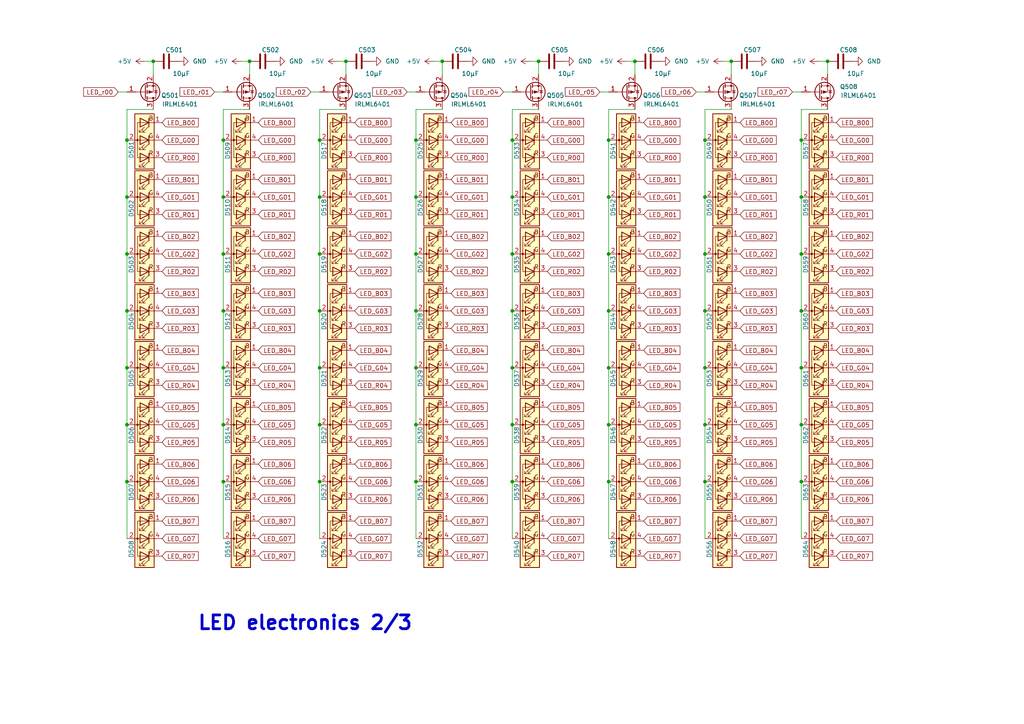
<source format=kicad_sch>
(kicad_sch (version 20231120) (generator "eeschema") (generator_version "8.0")
  (paper "A4")
  (title_block (title "RS64c") (date "2025-01-12") (rev "Rev 1") (company "Ludwin Monz") (comment 1 "you may not use the material for commercial purposes.") (comment 2 "you may use non-commercially, adapt, share alike ") (comment 3 "https://creativecommons.org/licenses/by-nc-sa/4.0/") (comment 4 "License: Creative Commons Attribution-Non-Commercial (CC BY-NC-SA)"))
  (junction (at 184.15 17.78))
  (junction (at 92.71 123.19))
  (junction (at 232.41 139.7))
  (junction (at 204.47 123.19))
  (junction (at 232.41 57.15))
  (junction (at 176.53 90.17))
  (junction (at 204.47 139.7))
  (junction (at 64.77 123.19))
  (junction (at 36.83 90.17))
  (junction (at 120.65 57.15))
  (junction (at 92.71 139.7))
  (junction (at 176.53 106.68))
  (junction (at 120.65 139.7))
  (junction (at 92.71 57.15))
  (junction (at 204.47 106.68))
  (junction (at 120.65 106.68))
  (junction (at 232.41 123.19))
  (junction (at 64.77 139.7))
  (junction (at 148.59 73.66))
  (junction (at 212.09 17.78))
  (junction (at 148.59 90.17))
  (junction (at 232.41 40.64))
  (junction (at 100.33 17.78))
  (junction (at 92.71 73.66))
  (junction (at 240.03 17.78))
  (junction (at 176.53 123.19))
  (junction (at 176.53 139.7))
  (junction (at 176.53 40.64))
  (junction (at 36.83 139.7))
  (junction (at 148.59 106.68))
  (junction (at 120.65 90.17))
  (junction (at 148.59 123.19))
  (junction (at 36.83 106.68))
  (junction (at 92.71 90.17))
  (junction (at 36.83 123.19))
  (junction (at 204.47 73.66))
  (junction (at 92.71 40.64))
  (junction (at 156.21 17.78))
  (junction (at 64.77 40.64))
  (junction (at 36.83 73.66))
  (junction (at 176.53 57.15))
  (junction (at 44.45 17.78))
  (junction (at 128.27 17.78))
  (junction (at 204.47 40.64))
  (junction (at 36.83 40.64))
  (junction (at 148.59 40.64))
  (junction (at 232.41 106.68))
  (junction (at 204.47 57.15))
  (junction (at 176.53 73.66))
  (junction (at 120.65 123.19))
  (junction (at 148.59 139.7))
  (junction (at 64.77 57.15))
  (junction (at 232.41 73.66))
  (junction (at 72.39 17.78))
  (junction (at 204.47 90.17))
  (junction (at 120.65 73.66))
  (junction (at 64.77 90.17))
  (junction (at 232.41 90.17))
  (junction (at 120.65 40.64))
  (junction (at 148.59 57.15))
  (junction (at 36.83 57.15))
  (junction (at 64.77 73.66))
  (junction (at 64.77 106.68))
  (junction (at 92.71 106.68))
  (wire (pts (xy 120.65 40.64) (xy 120.65 57.15)))
  (wire (pts (xy 148.59 139.7) (xy 148.59 156.21)))
  (wire (pts (xy 148.59 123.19) (xy 148.59 139.7)))
  (wire (pts (xy 92.71 106.68) (xy 92.71 123.19)))
  (wire (pts (xy 125.73 17.78) (xy 128.27 17.78)))
  (wire (pts (xy 92.71 57.15) (xy 92.71 73.66)))
  (wire (pts (xy 92.71 40.64) (xy 92.71 57.15)))
  (wire (pts (xy 34.29 26.67) (xy 36.83 26.67)))
  (wire (pts (xy 148.59 73.66) (xy 148.59 90.17)))
  (wire (pts (xy 120.65 73.66) (xy 120.65 90.17)))
  (wire (pts (xy 173.99 26.67) (xy 176.53 26.67)))
  (wire (pts (xy 128.27 31.75) (xy 120.65 31.75)))
  (wire (pts (xy 62.23 26.67) (xy 64.77 26.67)))
  (wire (pts (xy 36.83 139.7) (xy 36.83 156.21)))
  (wire (pts (xy 72.39 31.75) (xy 64.77 31.75)))
  (wire (pts (xy 64.77 57.15) (xy 64.77 73.66)))
  (wire (pts (xy 184.15 17.78) (xy 184.15 21.59)))
  (wire (pts (xy 148.59 106.68) (xy 148.59 123.19)))
  (wire (pts (xy 240.03 31.75) (xy 232.41 31.75)))
  (wire (pts (xy 64.77 106.68) (xy 64.77 123.19)))
  (wire (pts (xy 229.87 26.67) (xy 232.41 26.67)))
  (wire (pts (xy 201.93 26.67) (xy 204.47 26.67)))
  (wire (pts (xy 120.65 139.7) (xy 120.65 156.21)))
  (wire (pts (xy 72.39 17.78) (xy 72.39 21.59)))
  (wire (pts (xy 120.65 123.19) (xy 120.65 139.7)))
  (wire (pts (xy 176.53 40.64) (xy 176.53 57.15)))
  (wire (pts (xy 36.83 123.19) (xy 36.83 139.7)))
  (wire (pts (xy 64.77 31.75) (xy 64.77 40.64)))
  (wire (pts (xy 204.47 90.17) (xy 204.47 106.68)))
  (wire (pts (xy 44.45 17.78) (xy 44.45 21.59)))
  (wire (pts (xy 64.77 73.66) (xy 64.77 90.17)))
  (wire (pts (xy 176.53 123.19) (xy 176.53 139.7)))
  (wire (pts (xy 204.47 40.64) (xy 204.47 57.15)))
  (wire (pts (xy 36.83 90.17) (xy 36.83 106.68)))
  (wire (pts (xy 92.71 90.17) (xy 92.71 106.68)))
  (wire (pts (xy 156.21 17.78) (xy 156.21 21.59)))
  (wire (pts (xy 41.91 17.78) (xy 44.45 17.78)))
  (wire (pts (xy 100.33 17.78) (xy 100.33 21.59)))
  (wire (pts (xy 209.55 17.78) (xy 212.09 17.78)))
  (wire (pts (xy 232.41 31.75) (xy 232.41 40.64)))
  (wire (pts (xy 176.53 90.17) (xy 176.53 106.68)))
  (wire (pts (xy 92.71 123.19) (xy 92.71 139.7)))
  (wire (pts (xy 176.53 139.7) (xy 176.53 156.21)))
  (wire (pts (xy 92.71 73.66) (xy 92.71 90.17)))
  (wire (pts (xy 64.77 123.19) (xy 64.77 139.7)))
  (wire (pts (xy 64.77 40.64) (xy 64.77 57.15)))
  (wire (pts (xy 120.65 90.17) (xy 120.65 106.68)))
  (wire (pts (xy 240.03 17.78) (xy 240.03 21.59)))
  (wire (pts (xy 118.11 26.67) (xy 120.65 26.67)))
  (wire (pts (xy 176.53 31.75) (xy 176.53 40.64)))
  (wire (pts (xy 92.71 31.75) (xy 92.71 40.64)))
  (wire (pts (xy 204.47 73.66) (xy 204.47 90.17)))
  (wire (pts (xy 156.21 31.75) (xy 148.59 31.75)))
  (wire (pts (xy 90.17 26.67) (xy 92.71 26.67)))
  (wire (pts (xy 212.09 17.78) (xy 212.09 21.59)))
  (wire (pts (xy 64.77 139.7) (xy 64.77 156.21)))
  (wire (pts (xy 153.67 17.78) (xy 156.21 17.78)))
  (wire (pts (xy 204.47 123.19) (xy 204.47 139.7)))
  (wire (pts (xy 212.09 31.75) (xy 204.47 31.75)))
  (wire (pts (xy 44.45 31.75) (xy 36.83 31.75)))
  (wire (pts (xy 204.47 57.15) (xy 204.47 73.66)))
  (wire (pts (xy 100.33 31.75) (xy 92.71 31.75)))
  (wire (pts (xy 97.79 17.78) (xy 100.33 17.78)))
  (wire (pts (xy 232.41 90.17) (xy 232.41 106.68)))
  (wire (pts (xy 232.41 40.64) (xy 232.41 57.15)))
  (wire (pts (xy 232.41 106.68) (xy 232.41 123.19)))
  (wire (pts (xy 92.71 139.7) (xy 92.71 156.21)))
  (wire (pts (xy 148.59 90.17) (xy 148.59 106.68)))
  (wire (pts (xy 148.59 31.75) (xy 148.59 40.64)))
  (wire (pts (xy 64.77 90.17) (xy 64.77 106.68)))
  (wire (pts (xy 181.61 17.78) (xy 184.15 17.78)))
  (wire (pts (xy 36.83 40.64) (xy 36.83 57.15)))
  (wire (pts (xy 36.83 73.66) (xy 36.83 90.17)))
  (wire (pts (xy 120.65 106.68) (xy 120.65 123.19)))
  (wire (pts (xy 36.83 57.15) (xy 36.83 73.66)))
  (wire (pts (xy 176.53 73.66) (xy 176.53 90.17)))
  (wire (pts (xy 204.47 106.68) (xy 204.47 123.19)))
  (wire (pts (xy 36.83 31.75) (xy 36.83 40.64)))
  (wire (pts (xy 176.53 106.68) (xy 176.53 123.19)))
  (wire (pts (xy 146.05 26.67) (xy 148.59 26.67)))
  (wire (pts (xy 128.27 17.78) (xy 128.27 21.59)))
  (wire (pts (xy 232.41 57.15) (xy 232.41 73.66)))
  (wire (pts (xy 204.47 139.7) (xy 204.47 156.21)))
  (wire (pts (xy 148.59 40.64) (xy 148.59 57.15)))
  (wire (pts (xy 184.15 31.75) (xy 176.53 31.75)))
  (wire (pts (xy 148.59 57.15) (xy 148.59 73.66)))
  (wire (pts (xy 36.83 106.68) (xy 36.83 123.19)))
  (wire (pts (xy 232.41 73.66) (xy 232.41 90.17)))
  (wire (pts (xy 237.49 17.78) (xy 240.03 17.78)))
  (wire (pts (xy 232.41 139.7) (xy 232.41 156.21)))
  (wire (pts (xy 176.53 57.15) (xy 176.53 73.66)))
  (wire (pts (xy 69.85 17.78) (xy 72.39 17.78)))
  (wire (pts (xy 232.41 123.19) (xy 232.41 139.7)))
  (wire (pts (xy 120.65 31.75) (xy 120.65 40.64)))
  (wire (pts (xy 120.65 57.15) (xy 120.65 73.66)))
  (wire (pts (xy 204.47 31.75) (xy 204.47 40.64)))
  (text "LED electronics 2/3" (at 119.888 183.134 0) (effects (font (size 4 4) (thickness 0.8) (bold yes)) (justify right bottom)))
  (global_label "LED_R07" (shape input) (at 158.75 161.29 0) (property "Intersheetrefs" "${INTERSHEET_REFS}" (effects (hide yes))))
  (global_label "LED_G07" (shape input) (at 74.93 156.21 0) (property "Intersheetrefs" "${INTERSHEET_REFS}" (effects (hide yes))))
  (global_label "LED_R06" (shape input) (at 214.63 144.78 0) (property "Intersheetrefs" "${INTERSHEET_REFS}" (effects (hide yes))))
  (global_label "LED_G00" (shape input) (at 130.81 40.64 0) (property "Intersheetrefs" "${INTERSHEET_REFS}" (effects (hide yes))))
  (global_label "LED_R04" (shape input) (at 74.93 111.76 0) (property "Intersheetrefs" "${INTERSHEET_REFS}" (effects (hide yes))))
  (global_label "LED_R00" (shape input) (at 186.69 45.72 0) (property "Intersheetrefs" "${INTERSHEET_REFS}" (effects (hide yes))))
  (global_label "LED_R00" (shape input) (at 102.87 45.72 0) (property "Intersheetrefs" "${INTERSHEET_REFS}" (effects (hide yes))))
  (global_label "LED_R00" (shape input) (at 242.57 45.72 0) (property "Intersheetrefs" "${INTERSHEET_REFS}" (effects (hide yes))))
  (global_label "LED_B07" (shape input) (at 242.57 151.13 0) (property "Intersheetrefs" "${INTERSHEET_REFS}" (effects (hide yes))))
  (global_label "LED_R05" (shape input) (at 74.93 128.27 0) (property "Intersheetrefs" "${INTERSHEET_REFS}" (effects (hide yes))))
  (global_label "LED_B03" (shape input) (at 186.69 85.09 0) (property "Intersheetrefs" "${INTERSHEET_REFS}" (effects (hide yes))))
  (global_label "LED_G02" (shape input) (at 102.87 73.66 0) (property "Intersheetrefs" "${INTERSHEET_REFS}" (effects (hide yes))))
  (global_label "LED_R04" (shape input) (at 214.63 111.76 0) (property "Intersheetrefs" "${INTERSHEET_REFS}" (effects (hide yes))))
  (global_label "LED_G00" (shape input) (at 158.75 40.64 0) (property "Intersheetrefs" "${INTERSHEET_REFS}" (effects (hide yes))))
  (global_label "LED_G06" (shape input) (at 46.99 139.7 0) (property "Intersheetrefs" "${INTERSHEET_REFS}" (effects (hide yes))))
  (global_label "LED_G05" (shape input) (at 130.81 123.19 0) (property "Intersheetrefs" "${INTERSHEET_REFS}" (effects (hide yes))))
  (global_label "LED_B04" (shape input) (at 214.63 101.6 0) (property "Intersheetrefs" "${INTERSHEET_REFS}" (effects (hide yes))))
  (global_label "LED_G06" (shape input) (at 242.57 139.7 0) (property "Intersheetrefs" "${INTERSHEET_REFS}" (effects (hide yes))))
  (global_label "LED_B06" (shape input) (at 186.69 134.62 0) (property "Intersheetrefs" "${INTERSHEET_REFS}" (effects (hide yes))))
  (global_label "LED_R04" (shape input) (at 46.99 111.76 0) (property "Intersheetrefs" "${INTERSHEET_REFS}" (effects (hide yes))))
  (global_label "LED_B00" (shape input) (at 102.87 35.56 0) (property "Intersheetrefs" "${INTERSHEET_REFS}" (effects (hide yes))))
  (global_label "LED_G07" (shape input) (at 102.87 156.21 0) (property "Intersheetrefs" "${INTERSHEET_REFS}" (effects (hide yes))))
  (global_label "LED_G03" (shape input) (at 46.99 90.17 0) (property "Intersheetrefs" "${INTERSHEET_REFS}" (effects (hide yes))))
  (global_label "LED_G04" (shape input) (at 186.69 106.68 0) (property "Intersheetrefs" "${INTERSHEET_REFS}" (effects (hide yes))))
  (global_label "LED_R04" (shape input) (at 158.75 111.76 0) (property "Intersheetrefs" "${INTERSHEET_REFS}" (effects (hide yes))))
  (global_label "LED_G06" (shape input) (at 102.87 139.7 0) (property "Intersheetrefs" "${INTERSHEET_REFS}" (effects (hide yes))))
  (global_label "LED_B07" (shape input) (at 186.69 151.13 0) (property "Intersheetrefs" "${INTERSHEET_REFS}" (effects (hide yes))))
  (global_label "LED_G04" (shape input) (at 242.57 106.68 0) (property "Intersheetrefs" "${INTERSHEET_REFS}" (effects (hide yes))))
  (global_label "LED_G00" (shape input) (at 74.93 40.64 0) (property "Intersheetrefs" "${INTERSHEET_REFS}" (effects (hide yes))))
  (global_label "LED_R03" (shape input) (at 242.57 95.25 0) (property "Intersheetrefs" "${INTERSHEET_REFS}" (effects (hide yes))))
  (global_label "LED_B01" (shape input) (at 130.81 52.07 0) (property "Intersheetrefs" "${INTERSHEET_REFS}" (effects (hide yes))))
  (global_label "LED_G07" (shape input) (at 214.63 156.21 0) (property "Intersheetrefs" "${INTERSHEET_REFS}" (effects (hide yes))))
  (global_label "LED_r04" (shape input) (at 146.05 26.67 180) (property "Intersheetrefs" "${INTERSHEET_REFS}" (effects (hide yes))))
  (global_label "LED_B06" (shape input) (at 242.57 134.62 0) (property "Intersheetrefs" "${INTERSHEET_REFS}" (effects (hide yes))))
  (global_label "LED_B04" (shape input) (at 242.57 101.6 0) (property "Intersheetrefs" "${INTERSHEET_REFS}" (effects (hide yes))))
  (global_label "LED_G03" (shape input) (at 214.63 90.17 0) (property "Intersheetrefs" "${INTERSHEET_REFS}" (effects (hide yes))))
  (global_label "LED_R04" (shape input) (at 186.69 111.76 0) (property "Intersheetrefs" "${INTERSHEET_REFS}" (effects (hide yes))))
  (global_label "LED_R06" (shape input) (at 74.93 144.78 0) (property "Intersheetrefs" "${INTERSHEET_REFS}" (effects (hide yes))))
  (global_label "LED_B00" (shape input) (at 242.57 35.56 0) (property "Intersheetrefs" "${INTERSHEET_REFS}" (effects (hide yes))))
  (global_label "LED_R05" (shape input) (at 242.57 128.27 0) (property "Intersheetrefs" "${INTERSHEET_REFS}" (effects (hide yes))))
  (global_label "LED_r07" (shape input) (at 229.87 26.67 180) (property "Intersheetrefs" "${INTERSHEET_REFS}" (effects (hide yes))))
  (global_label "LED_G07" (shape input) (at 130.81 156.21 0) (property "Intersheetrefs" "${INTERSHEET_REFS}" (effects (hide yes))))
  (global_label "LED_B03" (shape input) (at 214.63 85.09 0) (property "Intersheetrefs" "${INTERSHEET_REFS}" (effects (hide yes))))
  (global_label "LED_R03" (shape input) (at 74.93 95.25 0) (property "Intersheetrefs" "${INTERSHEET_REFS}" (effects (hide yes))))
  (global_label "LED_G03" (shape input) (at 186.69 90.17 0) (property "Intersheetrefs" "${INTERSHEET_REFS}" (effects (hide yes))))
  (global_label "LED_R03" (shape input) (at 46.99 95.25 0) (property "Intersheetrefs" "${INTERSHEET_REFS}" (effects (hide yes))))
  (global_label "LED_G00" (shape input) (at 214.63 40.64 0) (property "Intersheetrefs" "${INTERSHEET_REFS}" (effects (hide yes))))
  (global_label "LED_R06" (shape input) (at 102.87 144.78 0) (property "Intersheetrefs" "${INTERSHEET_REFS}" (effects (hide yes))))
  (global_label "LED_B00" (shape input) (at 158.75 35.56 0) (property "Intersheetrefs" "${INTERSHEET_REFS}" (effects (hide yes))))
  (global_label "LED_G02" (shape input) (at 130.81 73.66 0) (property "Intersheetrefs" "${INTERSHEET_REFS}" (effects (hide yes))))
  (global_label "LED_R01" (shape input) (at 214.63 62.23 0) (property "Intersheetrefs" "${INTERSHEET_REFS}" (effects (hide yes))))
  (global_label "LED_R01" (shape input) (at 74.93 62.23 0) (property "Intersheetrefs" "${INTERSHEET_REFS}" (effects (hide yes))))
  (global_label "LED_R02" (shape input) (at 158.75 78.74 0) (property "Intersheetrefs" "${INTERSHEET_REFS}" (effects (hide yes))))
  (global_label "LED_B05" (shape input) (at 74.93 118.11 0) (property "Intersheetrefs" "${INTERSHEET_REFS}" (effects (hide yes))))
  (global_label "LED_G06" (shape input) (at 214.63 139.7 0) (property "Intersheetrefs" "${INTERSHEET_REFS}" (effects (hide yes))))
  (global_label "LED_G07" (shape input) (at 242.57 156.21 0) (property "Intersheetrefs" "${INTERSHEET_REFS}" (effects (hide yes))))
  (global_label "LED_R01" (shape input) (at 186.69 62.23 0) (property "Intersheetrefs" "${INTERSHEET_REFS}" (effects (hide yes))))
  (global_label "LED_G06" (shape input) (at 74.93 139.7 0) (property "Intersheetrefs" "${INTERSHEET_REFS}" (effects (hide yes))))
  (global_label "LED_G07" (shape input) (at 46.99 156.21 0) (property "Intersheetrefs" "${INTERSHEET_REFS}" (effects (hide yes))))
  (global_label "LED_R04" (shape input) (at 102.87 111.76 0) (property "Intersheetrefs" "${INTERSHEET_REFS}" (effects (hide yes))))
  (global_label "LED_R02" (shape input) (at 186.69 78.74 0) (property "Intersheetrefs" "${INTERSHEET_REFS}" (effects (hide yes))))
  (global_label "LED_G06" (shape input) (at 130.81 139.7 0) (property "Intersheetrefs" "${INTERSHEET_REFS}" (effects (hide yes))))
  (global_label "LED_G03" (shape input) (at 102.87 90.17 0) (property "Intersheetrefs" "${INTERSHEET_REFS}" (effects (hide yes))))
  (global_label "LED_B06" (shape input) (at 130.81 134.62 0) (property "Intersheetrefs" "${INTERSHEET_REFS}" (effects (hide yes))))
  (global_label "LED_G04" (shape input) (at 158.75 106.68 0) (property "Intersheetrefs" "${INTERSHEET_REFS}" (effects (hide yes))))
  (global_label "LED_G02" (shape input) (at 46.99 73.66 0) (property "Intersheetrefs" "${INTERSHEET_REFS}" (effects (hide yes))))
  (global_label "LED_r02" (shape input) (at 90.17 26.67 180) (property "Intersheetrefs" "${INTERSHEET_REFS}" (effects (hide yes))))
  (global_label "LED_B04" (shape input) (at 186.69 101.6 0) (property "Intersheetrefs" "${INTERSHEET_REFS}" (effects (hide yes))))
  (global_label "LED_B05" (shape input) (at 46.99 118.11 0) (property "Intersheetrefs" "${INTERSHEET_REFS}" (effects (hide yes))))
  (global_label "LED_G01" (shape input) (at 102.87 57.15 0) (property "Intersheetrefs" "${INTERSHEET_REFS}" (effects (hide yes))))
  (global_label "LED_B03" (shape input) (at 74.93 85.09 0) (property "Intersheetrefs" "${INTERSHEET_REFS}" (effects (hide yes))))
  (global_label "LED_R00" (shape input) (at 46.99 45.72 0) (property "Intersheetrefs" "${INTERSHEET_REFS}" (effects (hide yes))))
  (global_label "LED_B04" (shape input) (at 130.81 101.6 0) (property "Intersheetrefs" "${INTERSHEET_REFS}" (effects (hide yes))))
  (global_label "LED_R05" (shape input) (at 130.81 128.27 0) (property "Intersheetrefs" "${INTERSHEET_REFS}" (effects (hide yes))))
  (global_label "LED_R07" (shape input) (at 74.93 161.29 0) (property "Intersheetrefs" "${INTERSHEET_REFS}" (effects (hide yes))))
  (global_label "LED_r00" (shape input) (at 34.29 26.67 180) (property "Intersheetrefs" "${INTERSHEET_REFS}" (effects (hide yes))))
  (global_label "LED_R03" (shape input) (at 158.75 95.25 0) (property "Intersheetrefs" "${INTERSHEET_REFS}" (effects (hide yes))))
  (global_label "LED_G04" (shape input) (at 46.99 106.68 0) (property "Intersheetrefs" "${INTERSHEET_REFS}" (effects (hide yes))))
  (global_label "LED_R00" (shape input) (at 214.63 45.72 0) (property "Intersheetrefs" "${INTERSHEET_REFS}" (effects (hide yes))))
  (global_label "LED_R00" (shape input) (at 130.81 45.72 0) (property "Intersheetrefs" "${INTERSHEET_REFS}" (effects (hide yes))))
  (global_label "LED_B03" (shape input) (at 102.87 85.09 0) (property "Intersheetrefs" "${INTERSHEET_REFS}" (effects (hide yes))))
  (global_label "LED_R05" (shape input) (at 46.99 128.27 0) (property "Intersheetrefs" "${INTERSHEET_REFS}" (effects (hide yes))))
  (global_label "LED_G02" (shape input) (at 74.93 73.66 0) (property "Intersheetrefs" "${INTERSHEET_REFS}" (effects (hide yes))))
  (global_label "LED_R05" (shape input) (at 102.87 128.27 0) (property "Intersheetrefs" "${INTERSHEET_REFS}" (effects (hide yes))))
  (global_label "LED_R00" (shape input) (at 74.93 45.72 0) (property "Intersheetrefs" "${INTERSHEET_REFS}" (effects (hide yes))))
  (global_label "LED_G05" (shape input) (at 46.99 123.19 0) (property "Intersheetrefs" "${INTERSHEET_REFS}" (effects (hide yes))))
  (global_label "LED_B03" (shape input) (at 130.81 85.09 0) (property "Intersheetrefs" "${INTERSHEET_REFS}" (effects (hide yes))))
  (global_label "LED_B05" (shape input) (at 242.57 118.11 0) (property "Intersheetrefs" "${INTERSHEET_REFS}" (effects (hide yes))))
  (global_label "LED_R02" (shape input) (at 46.99 78.74 0) (property "Intersheetrefs" "${INTERSHEET_REFS}" (effects (hide yes))))
  (global_label "LED_R02" (shape input) (at 214.63 78.74 0) (property "Intersheetrefs" "${INTERSHEET_REFS}" (effects (hide yes))))
  (global_label "LED_B00" (shape input) (at 186.69 35.56 0) (property "Intersheetrefs" "${INTERSHEET_REFS}" (effects (hide yes))))
  (global_label "LED_B03" (shape input) (at 158.75 85.09 0) (property "Intersheetrefs" "${INTERSHEET_REFS}" (effects (hide yes))))
  (global_label "LED_G05" (shape input) (at 74.93 123.19 0) (property "Intersheetrefs" "${INTERSHEET_REFS}" (effects (hide yes))))
  (global_label "LED_G01" (shape input) (at 214.63 57.15 0) (property "Intersheetrefs" "${INTERSHEET_REFS}" (effects (hide yes))))
  (global_label "LED_B01" (shape input) (at 186.69 52.07 0) (property "Intersheetrefs" "${INTERSHEET_REFS}" (effects (hide yes))))
  (global_label "LED_G03" (shape input) (at 158.75 90.17 0) (property "Intersheetrefs" "${INTERSHEET_REFS}" (effects (hide yes))))
  (global_label "LED_B05" (shape input) (at 102.87 118.11 0) (property "Intersheetrefs" "${INTERSHEET_REFS}" (effects (hide yes))))
  (global_label "LED_B05" (shape input) (at 130.81 118.11 0) (property "Intersheetrefs" "${INTERSHEET_REFS}" (effects (hide yes))))
  (global_label "LED_G03" (shape input) (at 130.81 90.17 0) (property "Intersheetrefs" "${INTERSHEET_REFS}" (effects (hide yes))))
  (global_label "LED_B02" (shape input) (at 46.99 68.58 0) (property "Intersheetrefs" "${INTERSHEET_REFS}" (effects (hide yes))))
  (global_label "LED_G04" (shape input) (at 102.87 106.68 0) (property "Intersheetrefs" "${INTERSHEET_REFS}" (effects (hide yes))))
  (global_label "LED_B00" (shape input) (at 46.99 35.56 0) (property "Intersheetrefs" "${INTERSHEET_REFS}" (effects (hide yes))))
  (global_label "LED_R03" (shape input) (at 214.63 95.25 0) (property "Intersheetrefs" "${INTERSHEET_REFS}" (effects (hide yes))))
  (global_label "LED_G04" (shape input) (at 130.81 106.68 0) (property "Intersheetrefs" "${INTERSHEET_REFS}" (effects (hide yes))))
  (global_label "LED_R01" (shape input) (at 102.87 62.23 0) (property "Intersheetrefs" "${INTERSHEET_REFS}" (effects (hide yes))))
  (global_label "LED_R01" (shape input) (at 46.99 62.23 0) (property "Intersheetrefs" "${INTERSHEET_REFS}" (effects (hide yes))))
  (global_label "LED_R02" (shape input) (at 242.57 78.74 0) (property "Intersheetrefs" "${INTERSHEET_REFS}" (effects (hide yes))))
  (global_label "LED_R01" (shape input) (at 130.81 62.23 0) (property "Intersheetrefs" "${INTERSHEET_REFS}" (effects (hide yes))))
  (global_label "LED_G07" (shape input) (at 158.75 156.21 0) (property "Intersheetrefs" "${INTERSHEET_REFS}" (effects (hide yes))))
  (global_label "LED_B02" (shape input) (at 74.93 68.58 0) (property "Intersheetrefs" "${INTERSHEET_REFS}" (effects (hide yes))))
  (global_label "LED_R04" (shape input) (at 242.57 111.76 0) (property "Intersheetrefs" "${INTERSHEET_REFS}" (effects (hide yes))))
  (global_label "LED_B07" (shape input) (at 130.81 151.13 0) (property "Intersheetrefs" "${INTERSHEET_REFS}" (effects (hide yes))))
  (global_label "LED_G05" (shape input) (at 242.57 123.19 0) (property "Intersheetrefs" "${INTERSHEET_REFS}" (effects (hide yes))))
  (global_label "LED_B02" (shape input) (at 214.63 68.58 0) (property "Intersheetrefs" "${INTERSHEET_REFS}" (effects (hide yes))))
  (global_label "LED_R06" (shape input) (at 158.75 144.78 0) (property "Intersheetrefs" "${INTERSHEET_REFS}" (effects (hide yes))))
  (global_label "LED_G05" (shape input) (at 158.75 123.19 0) (property "Intersheetrefs" "${INTERSHEET_REFS}" (effects (hide yes))))
  (global_label "LED_r03" (shape input) (at 118.11 26.67 180) (property "Intersheetrefs" "${INTERSHEET_REFS}" (effects (hide yes))))
  (global_label "LED_B06" (shape input) (at 46.99 134.62 0) (property "Intersheetrefs" "${INTERSHEET_REFS}" (effects (hide yes))))
  (global_label "LED_R01" (shape input) (at 158.75 62.23 0) (property "Intersheetrefs" "${INTERSHEET_REFS}" (effects (hide yes))))
  (global_label "LED_G06" (shape input) (at 158.75 139.7 0) (property "Intersheetrefs" "${INTERSHEET_REFS}" (effects (hide yes))))
  (global_label "LED_R02" (shape input) (at 130.81 78.74 0) (property "Intersheetrefs" "${INTERSHEET_REFS}" (effects (hide yes))))
  (global_label "LED_B06" (shape input) (at 214.63 134.62 0) (property "Intersheetrefs" "${INTERSHEET_REFS}" (effects (hide yes))))
  (global_label "LED_r01" (shape input) (at 62.23 26.67 180) (property "Intersheetrefs" "${INTERSHEET_REFS}" (effects (hide yes))))
  (global_label "LED_B04" (shape input) (at 74.93 101.6 0) (property "Intersheetrefs" "${INTERSHEET_REFS}" (effects (hide yes))))
  (global_label "LED_G01" (shape input) (at 74.93 57.15 0) (property "Intersheetrefs" "${INTERSHEET_REFS}" (effects (hide yes))))
  (global_label "LED_G01" (shape input) (at 158.75 57.15 0) (property "Intersheetrefs" "${INTERSHEET_REFS}" (effects (hide yes))))
  (global_label "LED_G03" (shape input) (at 242.57 90.17 0) (property "Intersheetrefs" "${INTERSHEET_REFS}" (effects (hide yes))))
  (global_label "LED_G07" (shape input) (at 186.69 156.21 0) (property "Intersheetrefs" "${INTERSHEET_REFS}" (effects (hide yes))))
  (global_label "LED_B01" (shape input) (at 158.75 52.07 0) (property "Intersheetrefs" "${INTERSHEET_REFS}" (effects (hide yes))))
  (global_label "LED_R07" (shape input) (at 102.87 161.29 0) (property "Intersheetrefs" "${INTERSHEET_REFS}" (effects (hide yes))))
  (global_label "LED_B06" (shape input) (at 158.75 134.62 0) (property "Intersheetrefs" "${INTERSHEET_REFS}" (effects (hide yes))))
  (global_label "LED_G02" (shape input) (at 214.63 73.66 0) (property "Intersheetrefs" "${INTERSHEET_REFS}" (effects (hide yes))))
  (global_label "LED_B02" (shape input) (at 102.87 68.58 0) (property "Intersheetrefs" "${INTERSHEET_REFS}" (effects (hide yes))))
  (global_label "LED_G00" (shape input) (at 102.87 40.64 0) (property "Intersheetrefs" "${INTERSHEET_REFS}" (effects (hide yes))))
  (global_label "LED_G06" (shape input) (at 186.69 139.7 0) (property "Intersheetrefs" "${INTERSHEET_REFS}" (effects (hide yes))))
  (global_label "LED_G04" (shape input) (at 214.63 106.68 0) (property "Intersheetrefs" "${INTERSHEET_REFS}" (effects (hide yes))))
  (global_label "LED_B01" (shape input) (at 214.63 52.07 0) (property "Intersheetrefs" "${INTERSHEET_REFS}" (effects (hide yes))))
  (global_label "LED_R06" (shape input) (at 242.57 144.78 0) (property "Intersheetrefs" "${INTERSHEET_REFS}" (effects (hide yes))))
  (global_label "LED_R06" (shape input) (at 46.99 144.78 0) (property "Intersheetrefs" "${INTERSHEET_REFS}" (effects (hide yes))))
  (global_label "LED_B07" (shape input) (at 46.99 151.13 0) (property "Intersheetrefs" "${INTERSHEET_REFS}" (effects (hide yes))))
  (global_label "LED_G01" (shape input) (at 130.81 57.15 0) (property "Intersheetrefs" "${INTERSHEET_REFS}" (effects (hide yes))))
  (global_label "LED_G02" (shape input) (at 186.69 73.66 0) (property "Intersheetrefs" "${INTERSHEET_REFS}" (effects (hide yes))))
  (global_label "LED_R05" (shape input) (at 158.75 128.27 0) (property "Intersheetrefs" "${INTERSHEET_REFS}" (effects (hide yes))))
  (global_label "LED_B01" (shape input) (at 102.87 52.07 0) (property "Intersheetrefs" "${INTERSHEET_REFS}" (effects (hide yes))))
  (global_label "LED_B06" (shape input) (at 102.87 134.62 0) (property "Intersheetrefs" "${INTERSHEET_REFS}" (effects (hide yes))))
  (global_label "LED_R02" (shape input) (at 102.87 78.74 0) (property "Intersheetrefs" "${INTERSHEET_REFS}" (effects (hide yes))))
  (global_label "LED_B05" (shape input) (at 186.69 118.11 0) (property "Intersheetrefs" "${INTERSHEET_REFS}" (effects (hide yes))))
  (global_label "LED_B04" (shape input) (at 158.75 101.6 0) (property "Intersheetrefs" "${INTERSHEET_REFS}" (effects (hide yes))))
  (global_label "LED_G02" (shape input) (at 242.57 73.66 0) (property "Intersheetrefs" "${INTERSHEET_REFS}" (effects (hide yes))))
  (global_label "LED_B00" (shape input) (at 214.63 35.56 0) (property "Intersheetrefs" "${INTERSHEET_REFS}" (effects (hide yes))))
  (global_label "LED_G00" (shape input) (at 242.57 40.64 0) (property "Intersheetrefs" "${INTERSHEET_REFS}" (effects (hide yes))))
  (global_label "LED_R00" (shape input) (at 158.75 45.72 0) (property "Intersheetrefs" "${INTERSHEET_REFS}" (effects (hide yes))))
  (global_label "LED_R07" (shape input) (at 46.99 161.29 0) (property "Intersheetrefs" "${INTERSHEET_REFS}" (effects (hide yes))))
  (global_label "LED_G01" (shape input) (at 186.69 57.15 0) (property "Intersheetrefs" "${INTERSHEET_REFS}" (effects (hide yes))))
  (global_label "LED_B05" (shape input) (at 158.75 118.11 0) (property "Intersheetrefs" "${INTERSHEET_REFS}" (effects (hide yes))))
  (global_label "LED_B01" (shape input) (at 74.93 52.07 0) (property "Intersheetrefs" "${INTERSHEET_REFS}" (effects (hide yes))))
  (global_label "LED_B05" (shape input) (at 214.63 118.11 0) (property "Intersheetrefs" "${INTERSHEET_REFS}" (effects (hide yes))))
  (global_label "LED_B04" (shape input) (at 102.87 101.6 0) (property "Intersheetrefs" "${INTERSHEET_REFS}" (effects (hide yes))))
  (global_label "LED_R06" (shape input) (at 130.81 144.78 0) (property "Intersheetrefs" "${INTERSHEET_REFS}" (effects (hide yes))))
  (global_label "LED_R03" (shape input) (at 130.81 95.25 0) (property "Intersheetrefs" "${INTERSHEET_REFS}" (effects (hide yes))))
  (global_label "LED_r05" (shape input) (at 173.99 26.67 180) (property "Intersheetrefs" "${INTERSHEET_REFS}" (effects (hide yes))))
  (global_label "LED_r06" (shape input) (at 201.93 26.67 180) (property "Intersheetrefs" "${INTERSHEET_REFS}" (effects (hide yes))))
  (global_label "LED_R03" (shape input) (at 102.87 95.25 0) (property "Intersheetrefs" "${INTERSHEET_REFS}" (effects (hide yes))))
  (global_label "LED_B03" (shape input) (at 46.99 85.09 0) (property "Intersheetrefs" "${INTERSHEET_REFS}" (effects (hide yes))))
  (global_label "LED_G01" (shape input) (at 242.57 57.15 0) (property "Intersheetrefs" "${INTERSHEET_REFS}" (effects (hide yes))))
  (global_label "LED_B01" (shape input) (at 242.57 52.07 0) (property "Intersheetrefs" "${INTERSHEET_REFS}" (effects (hide yes))))
  (global_label "LED_R06" (shape input) (at 186.69 144.78 0) (property "Intersheetrefs" "${INTERSHEET_REFS}" (effects (hide yes))))
  (global_label "LED_R04" (shape input) (at 130.81 111.76 0) (property "Intersheetrefs" "${INTERSHEET_REFS}" (effects (hide yes))))
  (global_label "LED_B00" (shape input) (at 74.93 35.56 0) (property "Intersheetrefs" "${INTERSHEET_REFS}" (effects (hide yes))))
  (global_label "LED_G03" (shape input) (at 74.93 90.17 0) (property "Intersheetrefs" "${INTERSHEET_REFS}" (effects (hide yes))))
  (global_label "LED_R05" (shape input) (at 214.63 128.27 0) (property "Intersheetrefs" "${INTERSHEET_REFS}" (effects (hide yes))))
  (global_label "LED_R07" (shape input) (at 130.81 161.29 0) (property "Intersheetrefs" "${INTERSHEET_REFS}" (effects (hide yes))))
  (global_label "LED_B07" (shape input) (at 102.87 151.13 0) (property "Intersheetrefs" "${INTERSHEET_REFS}" (effects (hide yes))))
  (global_label "LED_B07" (shape input) (at 158.75 151.13 0) (property "Intersheetrefs" "${INTERSHEET_REFS}" (effects (hide yes))))
  (global_label "LED_G00" (shape input) (at 186.69 40.64 0) (property "Intersheetrefs" "${INTERSHEET_REFS}" (effects (hide yes))))
  (global_label "LED_G02" (shape input) (at 158.75 73.66 0) (property "Intersheetrefs" "${INTERSHEET_REFS}" (effects (hide yes))))
  (global_label "LED_B02" (shape input) (at 242.57 68.58 0) (property "Intersheetrefs" "${INTERSHEET_REFS}" (effects (hide yes))))
  (global_label "LED_R02" (shape input) (at 74.93 78.74 0) (property "Intersheetrefs" "${INTERSHEET_REFS}" (effects (hide yes))))
  (global_label "LED_B02" (shape input) (at 158.75 68.58 0) (property "Intersheetrefs" "${INTERSHEET_REFS}" (effects (hide yes))))
  (global_label "LED_B02" (shape input) (at 130.81 68.58 0) (property "Intersheetrefs" "${INTERSHEET_REFS}" (effects (hide yes))))
  (global_label "LED_R07" (shape input) (at 214.63 161.29 0) (property "Intersheetrefs" "${INTERSHEET_REFS}" (effects (hide yes))))
  (global_label "LED_B04" (shape input) (at 46.99 101.6 0) (property "Intersheetrefs" "${INTERSHEET_REFS}" (effects (hide yes))))
  (global_label "LED_G04" (shape input) (at 74.93 106.68 0) (property "Intersheetrefs" "${INTERSHEET_REFS}" (effects (hide yes))))
  (global_label "LED_R05" (shape input) (at 186.69 128.27 0) (property "Intersheetrefs" "${INTERSHEET_REFS}" (effects (hide yes))))
  (global_label "LED_G01" (shape input) (at 46.99 57.15 0) (property "Intersheetrefs" "${INTERSHEET_REFS}" (effects (hide yes))))
  (global_label "LED_G00" (shape input) (at 46.99 40.64 0) (property "Intersheetrefs" "${INTERSHEET_REFS}" (effects (hide yes))))
  (global_label "LED_B06" (shape input) (at 74.93 134.62 0) (property "Intersheetrefs" "${INTERSHEET_REFS}" (effects (hide yes))))
  (global_label "LED_G05" (shape input) (at 214.63 123.19 0) (property "Intersheetrefs" "${INTERSHEET_REFS}" (effects (hide yes))))
  (global_label "LED_B00" (shape input) (at 130.81 35.56 0) (property "Intersheetrefs" "${INTERSHEET_REFS}" (effects (hide yes))))
  (global_label "LED_B01" (shape input) (at 46.99 52.07 0) (property "Intersheetrefs" "${INTERSHEET_REFS}" (effects (hide yes))))
  (global_label "LED_G05" (shape input) (at 102.87 123.19 0) (property "Intersheetrefs" "${INTERSHEET_REFS}" (effects (hide yes))))
  (global_label "LED_R01" (shape input) (at 242.57 62.23 0) (property "Intersheetrefs" "${INTERSHEET_REFS}" (effects (hide yes))))
  (global_label "LED_B07" (shape input) (at 74.93 151.13 0) (property "Intersheetrefs" "${INTERSHEET_REFS}" (effects (hide yes))))
  (global_label "LED_R03" (shape input) (at 186.69 95.25 0) (property "Intersheetrefs" "${INTERSHEET_REFS}" (effects (hide yes))))
  (global_label "LED_B02" (shape input) (at 186.69 68.58 0) (property "Intersheetrefs" "${INTERSHEET_REFS}" (effects (hide yes))))
  (global_label "LED_R07" (shape input) (at 242.57 161.29 0) (property "Intersheetrefs" "${INTERSHEET_REFS}" (effects (hide yes))))
  (global_label "LED_R07" (shape input) (at 186.69 161.29 0) (property "Intersheetrefs" "${INTERSHEET_REFS}" (effects (hide yes))))
  (global_label "LED_B03" (shape input) (at 242.57 85.09 0) (property "Intersheetrefs" "${INTERSHEET_REFS}" (effects (hide yes))))
  (global_label "LED_B07" (shape input) (at 214.63 151.13 0) (property "Intersheetrefs" "${INTERSHEET_REFS}" (effects (hide yes))))
  (global_label "LED_G05" (shape input) (at 186.69 123.19 0) (property "Intersheetrefs" "${INTERSHEET_REFS}" (effects (hide yes))))
  (symbol (lib_id "my_symbols:Straw_hat_RGB") (at 153.67 123.19 180) (unit 1)
    (property "Reference" "D538" (at 149.86 126.238 90))
    (property "Value" "LED_BARG" (effects (hide yes)))
    (property "Footprint" "my_footprints:Straw_Hat_RGB_right" (effects (hide yes)))
    (property "Description" "RGB LED, blue/anode/red/green" (effects (hide yes)))
  )
  (symbol (lib_id "my_symbols:Straw_hat_RGB") (at 125.73 73.66 180) (unit 1)
    (property "Reference" "D527" (at 121.92 76.708 90))
    (property "Value" "LED_BARG" (effects (hide yes)))
    (property "Footprint" "my_footprints:Straw_Hat_RGB_left" (effects (hide yes)))
    (property "Description" "RGB LED, blue/anode/red/green" (effects (hide yes)))
  )
  (symbol (lib_id "my_symbols:Straw_hat_RGB") (at 97.79 90.17 180) (unit 1)
    (property "Reference" "D520" (at 93.98 93.218 90))
    (property "Value" "LED_BARG" (effects (hide yes)))
    (property "Footprint" "my_footprints:Straw_Hat_RGB_left" (effects (hide yes)))
    (property "Description" "RGB LED, blue/anode/red/green" (effects (hide yes)))
  )
  (symbol (lib_id "power:GND") (at 163.83 17.78 90) (unit 1)
    (property "Reference" "#PWR0510" (effects (hide yes)))
    (property "Value" "GND" (at 167.64 17.78 90) (effects (justify right)))
  )
  (symbol (lib_id "my_symbols:Straw_hat_RGB") (at 237.49 73.66 180) (unit 1)
    (property "Reference" "D559" (at 233.68 76.708 90))
    (property "Value" "LED_BARG" (effects (hide yes)))
    (property "Footprint" "my_footprints:Straw_Hat_RGB_right" (effects (hide yes)))
    (property "Description" "RGB LED, blue/anode/red/green" (effects (hide yes)))
  )
  (symbol (lib_id "my_symbols:Straw_hat_RGB") (at 97.79 156.21 180) (unit 1)
    (property "Reference" "D524" (at 93.98 159.258 90))
    (property "Value" "LED_BARG" (effects (hide yes)))
    (property "Footprint" "my_footprints:Straw_Hat_RGB_left" (effects (hide yes)))
    (property "Description" "RGB LED, blue/anode/red/green" (effects (hide yes)))
  )
  (symbol (lib_id "my_symbols:Straw_hat_RGB") (at 181.61 40.64 180) (unit 1)
    (property "Reference" "D541" (at 177.8 43.688 90))
    (property "Value" "LED_BARG" (effects (hide yes)))
    (property "Footprint" "my_footprints:Straw_Hat_RGB_right" (effects (hide yes)))
    (property "Description" "RGB LED, blue/anode/red/green" (effects (hide yes)))
  )
  (symbol (lib_id "my_symbols:Straw_hat_RGB") (at 237.49 123.19 180) (unit 1)
    (property "Reference" "D562" (at 233.68 126.238 90))
    (property "Value" "LED_BARG" (effects (hide yes)))
    (property "Footprint" "my_footprints:Straw_Hat_RGB_right" (effects (hide yes)))
    (property "Description" "RGB LED, blue/anode/red/green" (effects (hide yes)))
  )
  (symbol (lib_id "Transistor_FET:IRLML6401") (at 125.73 26.67 0) (mirror x) (unit 1)
    (property "Reference" "Q504" (at 130.556 27.686 0) (effects (justify left)))
    (property "Value" "IRLML6401" (at 130.81 30.226 0) (effects (justify left)))
    (property "Footprint" "Package_TO_SOT_SMD:SOT-23" (effects (hide yes)))
    (property "Datasheet" "https://www.infineon.com/dgdl/irlml6401pbf.pdf?fileId=5546d462533600a401535668b96d2634" (effects (hide yes)))
    (property "LCSC" "C2835446" (effects (hide yes)))
  )
  (symbol (lib_id "my_symbols:Straw_hat_RGB") (at 41.91 123.19 180) (unit 1)
    (property "Reference" "D506" (at 38.1 126.238 90))
    (property "Value" "LED_BARG" (effects (hide yes)))
    (property "Footprint" "my_footprints:Straw_Hat_RGB_left" (effects (hide yes)))
    (property "Description" "RGB LED, blue/anode/red/green" (effects (hide yes)))
  )
  (symbol (lib_id "power:+5V") (at 97.79 17.78 90) (unit 1)
    (property "Reference" "#PWR0505" (effects (hide yes)))
    (property "Value" "+5V" (at 93.98 17.7799 90) (effects (justify left)))
  )
  (symbol (lib_id "Device:C") (at 187.96 17.78 90) (unit 1)
    (property "Reference" "C506" (at 192.786 14.478 90) (effects (justify left)))
    (property "Value" "10µF" (at 194.818 21.336 90) (effects (justify left)))
    (property "Footprint" "Capacitor_SMD:C_0603_1608Metric" (effects (hide yes)))
    (property "LCSC" "C96446" (effects (hide yes)))
  )
  (symbol (lib_id "my_symbols:Straw_hat_RGB") (at 41.91 156.21 180) (unit 1)
    (property "Reference" "D508" (at 38.1 159.258 90))
    (property "Value" "LED_BARG" (effects (hide yes)))
    (property "Footprint" "my_footprints:Straw_Hat_RGB_left" (effects (hide yes)))
    (property "Description" "RGB LED, blue/anode/red/green" (effects (hide yes)))
  )
  (symbol (lib_id "my_symbols:Straw_hat_RGB") (at 69.85 123.19 180) (unit 1)
    (property "Reference" "D514" (at 66.04 126.238 90))
    (property "Value" "LED_BARG" (effects (hide yes)))
    (property "Footprint" "my_footprints:Straw_Hat_RGB_left" (effects (hide yes)))
    (property "Description" "RGB LED, blue/anode/red/green" (effects (hide yes)))
  )
  (symbol (lib_id "Device:C") (at 132.08 17.78 90) (unit 1)
    (property "Reference" "C504" (at 136.906 14.478 90) (effects (justify left)))
    (property "Value" "10µF" (at 138.938 21.336 90) (effects (justify left)))
    (property "Footprint" "Capacitor_SMD:C_0603_1608Metric" (effects (hide yes)))
    (property "LCSC" "C96446" (effects (hide yes)))
  )
  (symbol (lib_id "Device:C") (at 160.02 17.78 90) (unit 1)
    (property "Reference" "C505" (at 164.846 14.478 90) (effects (justify left)))
    (property "Value" "10µF" (at 166.878 21.336 90) (effects (justify left)))
    (property "Footprint" "Capacitor_SMD:C_0603_1608Metric" (effects (hide yes)))
    (property "LCSC" "C96446" (effects (hide yes)))
  )
  (symbol (lib_id "my_symbols:Straw_hat_RGB") (at 125.73 106.68 180) (unit 1)
    (property "Reference" "D529" (at 121.92 109.728 90))
    (property "Value" "LED_BARG" (effects (hide yes)))
    (property "Footprint" "my_footprints:Straw_Hat_RGB_left" (effects (hide yes)))
    (property "Description" "RGB LED, blue/anode/red/green" (effects (hide yes)))
  )
  (symbol (lib_id "power:+5V") (at 153.67 17.78 90) (unit 1)
    (property "Reference" "#PWR0509" (effects (hide yes)))
    (property "Value" "+5V" (at 149.86 17.7799 90) (effects (justify left)))
  )
  (symbol (lib_id "Transistor_FET:IRLML6401") (at 237.49 26.67 0) (mirror x) (unit 1)
    (property "Reference" "Q508" (at 243.586 25.146 0) (effects (justify left)))
    (property "Value" "IRLML6401" (at 243.84 27.686 0) (effects (justify left)))
    (property "Footprint" "Package_TO_SOT_SMD:SOT-23" (effects (hide yes)))
    (property "Datasheet" "https://www.infineon.com/dgdl/irlml6401pbf.pdf?fileId=5546d462533600a401535668b96d2634" (effects (hide yes)))
    (property "LCSC" "C2835446" (effects (hide yes)))
  )
  (symbol (lib_id "my_symbols:Straw_hat_RGB") (at 237.49 57.15 180) (unit 1)
    (property "Reference" "D558" (at 233.68 60.198 90))
    (property "Value" "LED_BARG" (effects (hide yes)))
    (property "Footprint" "my_footprints:Straw_Hat_RGB_right" (effects (hide yes)))
    (property "Description" "RGB LED, blue/anode/red/green" (effects (hide yes)))
  )
  (symbol (lib_id "power:+5V") (at 41.91 17.78 90) (unit 1)
    (property "Reference" "#PWR0501" (effects (hide yes)))
    (property "Value" "+5V" (at 38.1 17.7799 90) (effects (justify left)))
  )
  (symbol (lib_id "my_symbols:Straw_hat_RGB") (at 69.85 139.7 180) (unit 1)
    (property "Reference" "D515" (at 66.04 142.748 90))
    (property "Value" "LED_BARG" (effects (hide yes)))
    (property "Footprint" "my_footprints:Straw_Hat_RGB_left" (effects (hide yes)))
    (property "Description" "RGB LED, blue/anode/red/green" (effects (hide yes)))
  )
  (symbol (lib_id "my_symbols:Straw_hat_RGB") (at 181.61 73.66 180) (unit 1)
    (property "Reference" "D543" (at 177.8 76.708 90))
    (property "Value" "LED_BARG" (effects (hide yes)))
    (property "Footprint" "my_footprints:Straw_Hat_RGB_right" (effects (hide yes)))
    (property "Description" "RGB LED, blue/anode/red/green" (effects (hide yes)))
  )
  (symbol (lib_id "my_symbols:Straw_hat_RGB") (at 125.73 57.15 180) (unit 1)
    (property "Reference" "D526" (at 121.92 60.198 90))
    (property "Value" "LED_BARG" (effects (hide yes)))
    (property "Footprint" "my_footprints:Straw_Hat_RGB_left" (effects (hide yes)))
    (property "Description" "RGB LED, blue/anode/red/green" (effects (hide yes)))
  )
  (symbol (lib_id "Device:C") (at 243.84 17.78 90) (unit 1)
    (property "Reference" "C508" (at 248.666 14.478 90) (effects (justify left)))
    (property "Value" "10µF" (at 250.698 21.336 90) (effects (justify left)))
    (property "Footprint" "Capacitor_SMD:C_0603_1608Metric" (effects (hide yes)))
    (property "LCSC" "C96446" (effects (hide yes)))
  )
  (symbol (lib_id "my_symbols:Straw_hat_RGB") (at 125.73 139.7 180) (unit 1)
    (property "Reference" "D531" (at 121.92 142.748 90))
    (property "Value" "LED_BARG" (effects (hide yes)))
    (property "Footprint" "my_footprints:Straw_Hat_RGB_left" (effects (hide yes)))
    (property "Description" "RGB LED, blue/anode/red/green" (effects (hide yes)))
  )
  (symbol (lib_id "my_symbols:Straw_hat_RGB") (at 209.55 57.15 180) (unit 1)
    (property "Reference" "D550" (at 205.74 60.198 90))
    (property "Value" "LED_BARG" (effects (hide yes)))
    (property "Footprint" "my_footprints:Straw_Hat_RGB_right" (effects (hide yes)))
    (property "Description" "RGB LED, blue/anode/red/green" (effects (hide yes)))
  )
  (symbol (lib_id "my_symbols:Straw_hat_RGB") (at 181.61 139.7 180) (unit 1)
    (property "Reference" "D547" (at 177.8 142.748 90))
    (property "Value" "LED_BARG" (effects (hide yes)))
    (property "Footprint" "my_footprints:Straw_Hat_RGB_right" (effects (hide yes)))
    (property "Description" "RGB LED, blue/anode/red/green" (effects (hide yes)))
  )
  (symbol (lib_id "my_symbols:Straw_hat_RGB") (at 41.91 139.7 180) (unit 1)
    (property "Reference" "D507" (at 38.1 142.748 90))
    (property "Value" "LED_BARG" (effects (hide yes)))
    (property "Footprint" "my_footprints:Straw_Hat_RGB_left" (effects (hide yes)))
    (property "Description" "RGB LED, blue/anode/red/green" (effects (hide yes)))
  )
  (symbol (lib_id "Transistor_FET:IRLML6401") (at 153.67 26.67 0) (mirror x) (unit 1)
    (property "Reference" "Q505" (at 158.496 27.686 0) (effects (justify left)))
    (property "Value" "IRLML6401" (at 158.75 30.226 0) (effects (justify left)))
    (property "Footprint" "Package_TO_SOT_SMD:SOT-23" (effects (hide yes)))
    (property "Datasheet" "https://www.infineon.com/dgdl/irlml6401pbf.pdf?fileId=5546d462533600a401535668b96d2634" (effects (hide yes)))
    (property "LCSC" "C2835446" (effects (hide yes)))
  )
  (symbol (lib_id "power:GND") (at 191.77 17.78 90) (unit 1)
    (property "Reference" "#PWR0512" (effects (hide yes)))
    (property "Value" "GND" (at 195.58 17.78 90) (effects (justify right)))
  )
  (symbol (lib_id "my_symbols:Straw_hat_RGB") (at 209.55 139.7 180) (unit 1)
    (property "Reference" "D555" (at 205.74 142.748 90))
    (property "Value" "LED_BARG" (effects (hide yes)))
    (property "Footprint" "my_footprints:Straw_Hat_RGB_right" (effects (hide yes)))
    (property "Description" "RGB LED, blue/anode/red/green" (effects (hide yes)))
  )
  (symbol (lib_id "my_symbols:Straw_hat_RGB") (at 125.73 156.21 180) (unit 1)
    (property "Reference" "D532" (at 121.92 159.258 90))
    (property "Value" "LED_BARG" (effects (hide yes)))
    (property "Footprint" "my_footprints:Straw_Hat_RGB_left" (effects (hide yes)))
    (property "Description" "RGB LED, blue/anode/red/green" (effects (hide yes)))
  )
  (symbol (lib_id "my_symbols:Straw_hat_RGB") (at 209.55 40.64 180) (unit 1)
    (property "Reference" "D549" (at 205.74 43.688 90))
    (property "Value" "LED_BARG" (effects (hide yes)))
    (property "Footprint" "my_footprints:Straw_Hat_RGB_right" (effects (hide yes)))
    (property "Description" "RGB LED, blue/anode/red/green" (effects (hide yes)))
  )
  (symbol (lib_id "my_symbols:Straw_hat_RGB") (at 153.67 57.15 180) (unit 1)
    (property "Reference" "D534" (at 149.86 60.198 90))
    (property "Value" "LED_BARG" (effects (hide yes)))
    (property "Footprint" "my_footprints:Straw_Hat_RGB_right" (effects (hide yes)))
    (property "Description" "RGB LED, blue/anode/red/green" (effects (hide yes)))
  )
  (symbol (lib_id "my_symbols:Straw_hat_RGB") (at 237.49 106.68 180) (unit 1)
    (property "Reference" "D561" (at 233.68 109.728 90))
    (property "Value" "LED_BARG" (effects (hide yes)))
    (property "Footprint" "my_footprints:Straw_Hat_RGB_right" (effects (hide yes)))
    (property "Description" "RGB LED, blue/anode/red/green" (effects (hide yes)))
  )
  (symbol (lib_id "my_symbols:Straw_hat_RGB") (at 237.49 156.21 180) (unit 1)
    (property "Reference" "D564" (at 233.68 159.258 90))
    (property "Value" "LED_BARG" (effects (hide yes)))
    (property "Footprint" "my_footprints:Straw_Hat_RGB_right" (effects (hide yes)))
    (property "Description" "RGB LED, blue/anode/red/green" (effects (hide yes)))
  )
  (symbol (lib_id "power:GND") (at 219.71 17.78 90) (unit 1)
    (property "Reference" "#PWR0514" (effects (hide yes)))
    (property "Value" "GND" (at 223.52 17.78 90) (effects (justify right)))
  )
  (symbol (lib_id "power:+5V") (at 237.49 17.78 90) (unit 1)
    (property "Reference" "#PWR0515" (effects (hide yes)))
    (property "Value" "+5V" (at 233.68 17.7799 90) (effects (justify left)))
  )
  (symbol (lib_id "Transistor_FET:IRLML6401") (at 69.85 26.67 0) (mirror x) (unit 1)
    (property "Reference" "Q502" (at 74.676 27.686 0) (effects (justify left)))
    (property "Value" "IRLML6401" (at 74.93 30.226 0) (effects (justify left)))
    (property "Footprint" "Package_TO_SOT_SMD:SOT-23" (effects (hide yes)))
    (property "Datasheet" "https://www.infineon.com/dgdl/irlml6401pbf.pdf?fileId=5546d462533600a401535668b96d2634" (effects (hide yes)))
    (property "LCSC" "C2835446" (effects (hide yes)))
  )
  (symbol (lib_id "my_symbols:Straw_hat_RGB") (at 125.73 40.64 180) (unit 1)
    (property "Reference" "D525" (at 121.92 43.688 90))
    (property "Value" "LED_BARG" (effects (hide yes)))
    (property "Footprint" "my_footprints:Straw_Hat_RGB_left" (effects (hide yes)))
    (property "Description" "RGB LED, blue/anode/red/green" (effects (hide yes)))
  )
  (symbol (lib_id "my_symbols:Straw_hat_RGB") (at 237.49 139.7 180) (unit 1)
    (property "Reference" "D563" (at 233.68 142.748 90))
    (property "Value" "LED_BARG" (effects (hide yes)))
    (property "Footprint" "my_footprints:Straw_Hat_RGB_right" (effects (hide yes)))
    (property "Description" "RGB LED, blue/anode/red/green" (effects (hide yes)))
  )
  (symbol (lib_id "power:+5V") (at 181.61 17.78 90) (unit 1)
    (property "Reference" "#PWR0511" (effects (hide yes)))
    (property "Value" "+5V" (at 177.8 17.7799 90) (effects (justify left)))
  )
  (symbol (lib_id "power:GND") (at 247.65 17.78 90) (unit 1)
    (property "Reference" "#PWR0516" (effects (hide yes)))
    (property "Value" "GND" (at 251.46 17.78 90) (effects (justify right)))
  )
  (symbol (lib_id "my_symbols:Straw_hat_RGB") (at 41.91 106.68 180) (unit 1)
    (property "Reference" "D505" (at 38.1 109.728 90))
    (property "Value" "LED_BARG" (effects (hide yes)))
    (property "Footprint" "my_footprints:Straw_Hat_RGB_left" (effects (hide yes)))
    (property "Description" "RGB LED, blue/anode/red/green" (effects (hide yes)))
  )
  (symbol (lib_id "my_symbols:Straw_hat_RGB") (at 69.85 73.66 180) (unit 1)
    (property "Reference" "D511" (at 66.04 76.708 90))
    (property "Value" "LED_BARG" (effects (hide yes)))
    (property "Footprint" "my_footprints:Straw_Hat_RGB_left" (effects (hide yes)))
    (property "Description" "RGB LED, blue/anode/red/green" (effects (hide yes)))
  )
  (symbol (lib_id "Transistor_FET:IRLML6401") (at 97.79 26.67 0) (mirror x) (unit 1)
    (property "Reference" "Q503" (at 102.616 27.686 0) (effects (justify left)))
    (property "Value" "IRLML6401" (at 102.87 30.226 0) (effects (justify left)))
    (property "Footprint" "Package_TO_SOT_SMD:SOT-23" (effects (hide yes)))
    (property "Datasheet" "https://www.infineon.com/dgdl/irlml6401pbf.pdf?fileId=5546d462533600a401535668b96d2634" (effects (hide yes)))
    (property "LCSC" "C2835446" (effects (hide yes)))
  )
  (symbol (lib_id "my_symbols:Straw_hat_RGB") (at 41.91 73.66 180) (unit 1)
    (property "Reference" "D503" (at 38.1 76.708 90))
    (property "Value" "LED_BARG" (effects (hide yes)))
    (property "Footprint" "my_footprints:Straw_Hat_RGB_left" (effects (hide yes)))
    (property "Description" "RGB LED, blue/anode/red/green" (effects (hide yes)))
  )
  (symbol (lib_id "my_symbols:Straw_hat_RGB") (at 153.67 156.21 180) (unit 1)
    (property "Reference" "D540" (at 149.86 159.258 90))
    (property "Value" "LED_BARG" (effects (hide yes)))
    (property "Footprint" "my_footprints:Straw_Hat_RGB_right" (effects (hide yes)))
    (property "Description" "RGB LED, blue/anode/red/green" (effects (hide yes)))
  )
  (symbol (lib_id "my_symbols:Straw_hat_RGB") (at 153.67 73.66 180) (unit 1)
    (property "Reference" "D535" (at 149.86 76.708 90))
    (property "Value" "LED_BARG" (effects (hide yes)))
    (property "Footprint" "my_footprints:Straw_Hat_RGB_right" (effects (hide yes)))
    (property "Description" "RGB LED, blue/anode/red/green" (effects (hide yes)))
  )
  (symbol (lib_id "my_symbols:Straw_hat_RGB") (at 209.55 106.68 180) (unit 1)
    (property "Reference" "D553" (at 205.74 109.728 90))
    (property "Value" "LED_BARG" (effects (hide yes)))
    (property "Footprint" "my_footprints:Straw_Hat_RGB_right" (effects (hide yes)))
    (property "Description" "RGB LED, blue/anode/red/green" (effects (hide yes)))
  )
  (symbol (lib_id "my_symbols:Straw_hat_RGB") (at 181.61 123.19 180) (unit 1)
    (property "Reference" "D546" (at 177.8 126.238 90))
    (property "Value" "LED_BARG" (effects (hide yes)))
    (property "Footprint" "my_footprints:Straw_Hat_RGB_right" (effects (hide yes)))
    (property "Description" "RGB LED, blue/anode/red/green" (effects (hide yes)))
  )
  (symbol (lib_id "my_symbols:Straw_hat_RGB") (at 97.79 57.15 180) (unit 1)
    (property "Reference" "D518" (at 93.98 60.198 90))
    (property "Value" "LED_BARG" (effects (hide yes)))
    (property "Footprint" "my_footprints:Straw_Hat_RGB_left" (effects (hide yes)))
    (property "Description" "RGB LED, blue/anode/red/green" (effects (hide yes)))
  )
  (symbol (lib_id "my_symbols:Straw_hat_RGB") (at 181.61 106.68 180) (unit 1)
    (property "Reference" "D545" (at 177.8 109.728 90))
    (property "Value" "LED_BARG" (effects (hide yes)))
    (property "Footprint" "my_footprints:Straw_Hat_RGB_right" (effects (hide yes)))
    (property "Description" "RGB LED, blue/anode/red/green" (effects (hide yes)))
  )
  (symbol (lib_id "my_symbols:Straw_hat_RGB") (at 237.49 90.17 180) (unit 1)
    (property "Reference" "D560" (at 233.68 93.218 90))
    (property "Value" "LED_BARG" (effects (hide yes)))
    (property "Footprint" "my_footprints:Straw_Hat_RGB_right" (effects (hide yes)))
    (property "Description" "RGB LED, blue/anode/red/green" (effects (hide yes)))
  )
  (symbol (lib_id "my_symbols:Straw_hat_RGB") (at 41.91 57.15 180) (unit 1)
    (property "Reference" "D502" (at 38.1 60.452 90))
    (property "Value" "LED_BARG" (effects (hide yes)))
    (property "Footprint" "my_footprints:Straw_Hat_RGB_left" (effects (hide yes)))
    (property "Description" "RGB LED, blue/anode/red/green" (effects (hide yes)))
  )
  (symbol (lib_id "my_symbols:Straw_hat_RGB") (at 97.79 139.7 180) (unit 1)
    (property "Reference" "D523" (at 93.98 142.748 90))
    (property "Value" "LED_BARG" (effects (hide yes)))
    (property "Footprint" "my_footprints:Straw_Hat_RGB_left" (effects (hide yes)))
    (property "Description" "RGB LED, blue/anode/red/green" (effects (hide yes)))
  )
  (symbol (lib_id "power:+5V") (at 69.85 17.78 90) (unit 1)
    (property "Reference" "#PWR0503" (effects (hide yes)))
    (property "Value" "+5V" (at 66.04 17.7799 90) (effects (justify left)))
  )
  (symbol (lib_id "my_symbols:Straw_hat_RGB") (at 69.85 90.17 180) (unit 1)
    (property "Reference" "D512" (at 66.04 93.218 90))
    (property "Value" "LED_BARG" (effects (hide yes)))
    (property "Footprint" "my_footprints:Straw_Hat_RGB_left" (effects (hide yes)))
    (property "Description" "RGB LED, blue/anode/red/green" (effects (hide yes)))
  )
  (symbol (lib_id "my_symbols:Straw_hat_RGB") (at 97.79 40.64 180) (unit 1)
    (property "Reference" "D517" (at 93.98 43.688 90))
    (property "Value" "LED_BARG" (effects (hide yes)))
    (property "Footprint" "my_footprints:Straw_Hat_RGB_left" (effects (hide yes)))
    (property "Description" "RGB LED, blue/anode/red/green" (effects (hide yes)))
  )
  (symbol (lib_id "Device:C") (at 215.9 17.78 90) (unit 1)
    (property "Reference" "C507" (at 220.726 14.478 90) (effects (justify left)))
    (property "Value" "10µF" (at 222.758 21.336 90) (effects (justify left)))
    (property "Footprint" "Capacitor_SMD:C_0603_1608Metric" (effects (hide yes)))
    (property "LCSC" "C96446" (effects (hide yes)))
  )
  (symbol (lib_id "my_symbols:Straw_hat_RGB") (at 69.85 57.15 180) (unit 1)
    (property "Reference" "D510" (at 66.04 60.198 90))
    (property "Value" "LED_BARG" (effects (hide yes)))
    (property "Footprint" "my_footprints:Straw_Hat_RGB_left" (effects (hide yes)))
    (property "Description" "RGB LED, blue/anode/red/green" (effects (hide yes)))
  )
  (symbol (lib_id "my_symbols:Straw_hat_RGB") (at 97.79 123.19 180) (unit 1)
    (property "Reference" "D522" (at 93.98 126.238 90))
    (property "Value" "LED_BARG" (effects (hide yes)))
    (property "Footprint" "my_footprints:Straw_Hat_RGB_left" (effects (hide yes)))
    (property "Description" "RGB LED, blue/anode/red/green" (effects (hide yes)))
  )
  (symbol (lib_id "my_symbols:Straw_hat_RGB") (at 153.67 40.64 180) (unit 1)
    (property "Reference" "D533" (at 149.86 43.688 90))
    (property "Value" "LED_BARG" (effects (hide yes)))
    (property "Footprint" "my_footprints:Straw_Hat_RGB_right" (effects (hide yes)))
    (property "Description" "RGB LED, blue/anode/red/green" (effects (hide yes)))
  )
  (symbol (lib_id "Transistor_FET:IRLML6401") (at 181.61 26.67 0) (mirror x) (unit 1)
    (property "Reference" "Q506" (at 186.436 27.686 0) (effects (justify left)))
    (property "Value" "IRLML6401" (at 186.69 30.226 0) (effects (justify left)))
    (property "Footprint" "Package_TO_SOT_SMD:SOT-23" (effects (hide yes)))
    (property "Datasheet" "https://www.infineon.com/dgdl/irlml6401pbf.pdf?fileId=5546d462533600a401535668b96d2634" (effects (hide yes)))
    (property "LCSC" "C2835446" (effects (hide yes)))
  )
  (symbol (lib_id "Device:C") (at 104.14 17.78 90) (unit 1)
    (property "Reference" "C503" (at 108.966 14.478 90) (effects (justify left)))
    (property "Value" "10µF" (at 110.998 21.336 90) (effects (justify left)))
    (property "Footprint" "Capacitor_SMD:C_0603_1608Metric" (effects (hide yes)))
    (property "LCSC" "C96446" (effects (hide yes)))
  )
  (symbol (lib_id "my_symbols:Straw_hat_RGB") (at 97.79 106.68 180) (unit 1)
    (property "Reference" "D521" (at 93.98 109.728 90))
    (property "Value" "LED_BARG" (effects (hide yes)))
    (property "Footprint" "my_footprints:Straw_Hat_RGB_left" (effects (hide yes)))
    (property "Description" "RGB LED, blue/anode/red/green" (effects (hide yes)))
  )
  (symbol (lib_id "my_symbols:Straw_hat_RGB") (at 69.85 40.64 180) (unit 1)
    (property "Reference" "D509" (at 66.04 43.688 90))
    (property "Value" "LED_BARG" (effects (hide yes)))
    (property "Footprint" "my_footprints:Straw_Hat_RGB_left" (effects (hide yes)))
    (property "Description" "RGB LED, blue/anode/red/green" (effects (hide yes)))
  )
  (symbol (lib_id "my_symbols:Straw_hat_RGB") (at 153.67 106.68 180) (unit 1)
    (property "Reference" "D537" (at 149.86 109.728 90))
    (property "Value" "LED_BARG" (effects (hide yes)))
    (property "Footprint" "my_footprints:Straw_Hat_RGB_right" (effects (hide yes)))
    (property "Description" "RGB LED, blue/anode/red/green" (effects (hide yes)))
  )
  (symbol (lib_id "my_symbols:Straw_hat_RGB") (at 41.91 90.17 180) (unit 1)
    (property "Reference" "D504" (at 38.1 93.218 90))
    (property "Value" "LED_BARG" (effects (hide yes)))
    (property "Footprint" "my_footprints:Straw_Hat_RGB_left" (effects (hide yes)))
    (property "Description" "RGB LED, blue/anode/red/green" (effects (hide yes)))
  )
  (symbol (lib_id "power:+5V") (at 125.73 17.78 90) (unit 1)
    (property "Reference" "#PWR0507" (effects (hide yes)))
    (property "Value" "+5V" (at 121.92 17.7799 90) (effects (justify left)))
  )
  (symbol (lib_id "my_symbols:Straw_hat_RGB") (at 209.55 156.21 180) (unit 1)
    (property "Reference" "D556" (at 205.74 159.258 90))
    (property "Value" "LED_BARG" (effects (hide yes)))
    (property "Footprint" "my_footprints:Straw_Hat_RGB_right" (effects (hide yes)))
    (property "Description" "RGB LED, blue/anode/red/green" (effects (hide yes)))
  )
  (symbol (lib_id "my_symbols:Straw_hat_RGB") (at 181.61 90.17 180) (unit 1)
    (property "Reference" "D544" (at 177.8 93.218 90))
    (property "Value" "LED_BARG" (effects (hide yes)))
    (property "Footprint" "my_footprints:Straw_Hat_RGB_right" (effects (hide yes)))
    (property "Description" "RGB LED, blue/anode/red/green" (effects (hide yes)))
  )
  (symbol (lib_id "my_symbols:Straw_hat_RGB") (at 209.55 90.17 180) (unit 1)
    (property "Reference" "D552" (at 205.74 93.218 90))
    (property "Value" "LED_BARG" (effects (hide yes)))
    (property "Footprint" "my_footprints:Straw_Hat_RGB_right" (effects (hide yes)))
    (property "Description" "RGB LED, blue/anode/red/green" (effects (hide yes)))
  )
  (symbol (lib_id "Device:C") (at 76.2 17.78 90) (unit 1)
    (property "Reference" "C502" (at 81.026 14.478 90) (effects (justify left)))
    (property "Value" "10µF" (at 83.058 21.336 90) (effects (justify left)))
    (property "Footprint" "Capacitor_SMD:C_0603_1608Metric" (effects (hide yes)))
    (property "LCSC" "C96446" (effects (hide yes)))
  )
  (symbol (lib_id "power:+5V") (at 209.55 17.78 90) (unit 1)
    (property "Reference" "#PWR0513" (effects (hide yes)))
    (property "Value" "+5V" (at 205.74 17.7799 90) (effects (justify left)))
  )
  (symbol (lib_id "power:GND") (at 80.01 17.78 90) (unit 1)
    (property "Reference" "#PWR0504" (effects (hide yes)))
    (property "Value" "GND" (at 83.82 17.78 90) (effects (justify right)))
  )
  (symbol (lib_id "Transistor_FET:IRLML6401") (at 41.91 26.67 0) (mirror x) (unit 1)
    (property "Reference" "Q501" (at 46.736 27.686 0) (effects (justify left)))
    (property "Value" "IRLML6401" (at 46.99 30.226 0) (effects (justify left)))
    (property "Footprint" "Package_TO_SOT_SMD:SOT-23" (effects (hide yes)))
    (property "Datasheet" "https://www.infineon.com/dgdl/irlml6401pbf.pdf?fileId=5546d462533600a401535668b96d2634" (effects (hide yes)))
    (property "LCSC" "C2835446" (effects (hide yes)))
  )
  (symbol (lib_id "my_symbols:Straw_hat_RGB") (at 209.55 73.66 180) (unit 1)
    (property "Reference" "D551" (at 205.74 76.708 90))
    (property "Value" "LED_BARG" (effects (hide yes)))
    (property "Footprint" "my_footprints:Straw_Hat_RGB_right" (effects (hide yes)))
    (property "Description" "RGB LED, blue/anode/red/green" (effects (hide yes)))
  )
  (symbol (lib_id "power:GND") (at 107.95 17.78 90) (unit 1)
    (property "Reference" "#PWR0506" (effects (hide yes)))
    (property "Value" "GND" (at 111.76 17.78 90) (effects (justify right)))
  )
  (symbol (lib_id "my_symbols:Straw_hat_RGB") (at 209.55 123.19 180) (unit 1)
    (property "Reference" "D554" (at 205.74 126.238 90))
    (property "Value" "LED_BARG" (effects (hide yes)))
    (property "Footprint" "my_footprints:Straw_Hat_RGB_right" (effects (hide yes)))
    (property "Description" "RGB LED, blue/anode/red/green" (effects (hide yes)))
  )
  (symbol (lib_id "my_symbols:Straw_hat_RGB") (at 125.73 90.17 180) (unit 1)
    (property "Reference" "D528" (at 121.92 93.218 90))
    (property "Value" "LED_BARG" (effects (hide yes)))
    (property "Footprint" "my_footprints:Straw_Hat_RGB_left" (effects (hide yes)))
    (property "Description" "RGB LED, blue/anode/red/green" (effects (hide yes)))
  )
  (symbol (lib_id "power:GND") (at 135.89 17.78 90) (unit 1)
    (property "Reference" "#PWR0508" (effects (hide yes)))
    (property "Value" "GND" (at 139.7 17.78 90) (effects (justify right)))
  )
  (symbol (lib_id "my_symbols:Straw_hat_RGB") (at 237.49 40.64 180) (unit 1)
    (property "Reference" "D557" (at 233.68 43.688 90))
    (property "Value" "LED_BARG" (effects (hide yes)))
    (property "Footprint" "my_footprints:Straw_Hat_RGB_right" (effects (hide yes)))
    (property "Description" "RGB LED, blue/anode/red/green" (effects (hide yes)))
  )
  (symbol (lib_id "my_symbols:Straw_hat_RGB") (at 41.91 40.64 180) (unit 1)
    (property "Reference" "D501" (at 38.1 43.434 90))
    (property "Value" "LED_BARG" (effects (hide yes)))
    (property "Footprint" "my_footprints:Straw_Hat_RGB_left" (effects (hide yes)))
    (property "Description" "RGB LED, blue/anode/red/green" (effects (hide yes)))
  )
  (symbol (lib_id "my_symbols:Straw_hat_RGB") (at 153.67 139.7 180) (unit 1)
    (property "Reference" "D539" (at 149.86 142.748 90))
    (property "Value" "LED_BARG" (effects (hide yes)))
    (property "Footprint" "my_footprints:Straw_Hat_RGB_right" (effects (hide yes)))
    (property "Description" "RGB LED, blue/anode/red/green" (effects (hide yes)))
  )
  (symbol (lib_id "my_symbols:Straw_hat_RGB") (at 69.85 106.68 180) (unit 1)
    (property "Reference" "D513" (at 66.04 109.728 90))
    (property "Value" "LED_BARG" (effects (hide yes)))
    (property "Footprint" "my_footprints:Straw_Hat_RGB_left" (effects (hide yes)))
    (property "Description" "RGB LED, blue/anode/red/green" (effects (hide yes)))
  )
  (symbol (lib_id "my_symbols:Straw_hat_RGB") (at 153.67 90.17 180) (unit 1)
    (property "Reference" "D536" (at 149.86 93.218 90))
    (property "Value" "LED_BARG" (effects (hide yes)))
    (property "Footprint" "my_footprints:Straw_Hat_RGB_right" (effects (hide yes)))
    (property "Description" "RGB LED, blue/anode/red/green" (effects (hide yes)))
  )
  (symbol (lib_id "my_symbols:Straw_hat_RGB") (at 125.73 123.19 180) (unit 1)
    (property "Reference" "D530" (at 121.92 126.238 90))
    (property "Value" "LED_BARG" (effects (hide yes)))
    (property "Footprint" "my_footprints:Straw_Hat_RGB_left" (effects (hide yes)))
    (property "Description" "RGB LED, blue/anode/red/green" (effects (hide yes)))
  )
  (symbol (lib_id "my_symbols:Straw_hat_RGB") (at 181.61 57.15 180) (unit 1)
    (property "Reference" "D542" (at 177.8 60.198 90))
    (property "Value" "LED_BARG" (effects (hide yes)))
    (property "Footprint" "my_footprints:Straw_Hat_RGB_right" (effects (hide yes)))
    (property "Description" "RGB LED, blue/anode/red/green" (effects (hide yes)))
  )
  (symbol (lib_id "Transistor_FET:IRLML6401") (at 209.55 26.67 0) (mirror x) (unit 1)
    (property "Reference" "Q507" (at 214.376 27.686 0) (effects (justify left)))
    (property "Value" "IRLML6401" (at 214.63 30.226 0) (effects (justify left)))
    (property "Footprint" "Package_TO_SOT_SMD:SOT-23" (effects (hide yes)))
    (property "Datasheet" "https://www.infineon.com/dgdl/irlml6401pbf.pdf?fileId=5546d462533600a401535668b96d2634" (effects (hide yes)))
    (property "LCSC" "C2835446" (effects (hide yes)))
  )
  (symbol (lib_id "power:GND") (at 52.07 17.78 90) (unit 1)
    (property "Reference" "#PWR0502" (effects (hide yes)))
    (property "Value" "GND" (at 55.88 17.78 90) (effects (justify right)))
  )
  (symbol (lib_id "my_symbols:Straw_hat_RGB") (at 69.85 156.21 180) (unit 1)
    (property "Reference" "D516" (at 66.04 159.258 90))
    (property "Value" "LED_BARG" (effects (hide yes)))
    (property "Footprint" "my_footprints:Straw_Hat_RGB_left" (effects (hide yes)))
    (property "Description" "RGB LED, blue/anode/red/green" (effects (hide yes)))
  )
  (symbol (lib_id "my_symbols:Straw_hat_RGB") (at 97.79 73.66 180) (unit 1)
    (property "Reference" "D519" (at 93.98 76.708 90))
    (property "Value" "LED_BARG" (effects (hide yes)))
    (property "Footprint" "my_footprints:Straw_Hat_RGB_left" (effects (hide yes)))
    (property "Description" "RGB LED, blue/anode/red/green" (effects (hide yes)))
  )
  (symbol (lib_id "my_symbols:Straw_hat_RGB") (at 181.61 156.21 180) (unit 1)
    (property "Reference" "D548" (at 177.8 159.258 90))
    (property "Value" "LED_BARG" (effects (hide yes)))
    (property "Footprint" "my_footprints:Straw_Hat_RGB_right" (effects (hide yes)))
    (property "Description" "RGB LED, blue/anode/red/green" (effects (hide yes)))
  )
  (symbol (lib_id "Device:C") (at 48.26 17.78 90) (unit 1)
    (property "Reference" "C501" (at 53.086 14.478 90) (effects (justify left)))
    (property "Value" "10µF" (at 55.118 21.336 90) (effects (justify left)))
    (property "Footprint" "Capacitor_SMD:C_0603_1608Metric" (effects (hide yes)))
    (property "LCSC" "C96446" (effects (hide yes)))
  )
)
</source>
